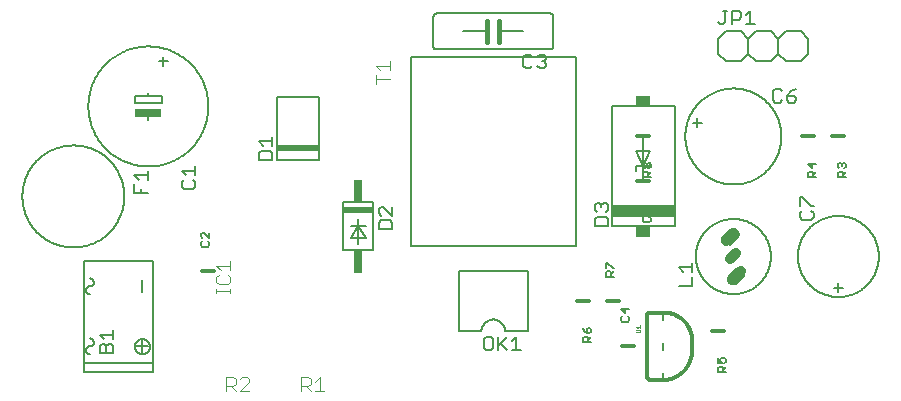
<source format=gbr>
G04 EAGLE Gerber RS-274X export*
G75*
%MOMM*%
%FSLAX34Y34*%
%LPD*%
%INSilkscreen Top*%
%IPPOS*%
%AMOC8*
5,1,8,0,0,1.08239X$1,22.5*%
G01*
%ADD10C,0.152400*%
%ADD11C,0.127000*%
%ADD12R,2.286000X0.635000*%
%ADD13C,0.304800*%
%ADD14C,0.406400*%
%ADD15R,3.556000X0.508000*%
%ADD16R,2.540000X0.508000*%
%ADD17R,0.762000X1.905000*%
%ADD18R,1.270000X0.889000*%
%ADD19R,5.334000X1.016000*%
%ADD20C,0.101600*%
%ADD21C,0.812800*%
%ADD22C,0.203200*%
%ADD23C,0.050800*%


D10*
X181610Y478790D02*
X123190Y478790D01*
X123190Y384810D02*
X181610Y384810D01*
X123190Y384810D02*
X123190Y392430D01*
X181610Y392430D02*
X181610Y384810D01*
X181610Y392430D02*
X123190Y392430D01*
X172720Y401320D02*
X172720Y411480D01*
X167640Y406400D02*
X177800Y406400D01*
X172720Y452120D02*
X172720Y462280D01*
X181610Y478790D02*
X181610Y392430D01*
X123190Y392430D02*
X123190Y478790D01*
X128270Y406654D02*
X128156Y406652D01*
X128042Y406646D01*
X127929Y406636D01*
X127815Y406623D01*
X127703Y406605D01*
X127591Y406583D01*
X127480Y406558D01*
X127370Y406529D01*
X127260Y406496D01*
X127153Y406459D01*
X127046Y406419D01*
X126941Y406375D01*
X126837Y406327D01*
X126735Y406276D01*
X126635Y406221D01*
X126537Y406163D01*
X126441Y406101D01*
X126348Y406037D01*
X126256Y405969D01*
X126167Y405898D01*
X126080Y405824D01*
X125996Y405747D01*
X125915Y405667D01*
X125837Y405584D01*
X125761Y405499D01*
X125688Y405411D01*
X125619Y405320D01*
X125553Y405228D01*
X125489Y405133D01*
X125430Y405036D01*
X125373Y404937D01*
X125320Y404836D01*
X125271Y404733D01*
X125225Y404629D01*
X125183Y404523D01*
X125144Y404416D01*
X125109Y404307D01*
X125078Y404197D01*
X125051Y404087D01*
X125027Y403975D01*
X125008Y403863D01*
X124992Y403750D01*
X124980Y403637D01*
X124972Y403523D01*
X124968Y403409D01*
X124968Y403295D01*
X124972Y403181D01*
X124980Y403067D01*
X124992Y402954D01*
X125008Y402841D01*
X125027Y402729D01*
X125051Y402617D01*
X125078Y402507D01*
X125109Y402397D01*
X125144Y402288D01*
X125183Y402181D01*
X125225Y402075D01*
X125271Y401971D01*
X125320Y401868D01*
X125373Y401767D01*
X125430Y401668D01*
X125489Y401571D01*
X125553Y401476D01*
X125619Y401384D01*
X125688Y401293D01*
X125761Y401205D01*
X125837Y401120D01*
X125915Y401037D01*
X125996Y400957D01*
X126080Y400880D01*
X126167Y400806D01*
X126256Y400735D01*
X126348Y400667D01*
X126441Y400603D01*
X126537Y400541D01*
X126635Y400483D01*
X126735Y400428D01*
X126837Y400377D01*
X126941Y400329D01*
X127046Y400285D01*
X127153Y400245D01*
X127260Y400208D01*
X127370Y400175D01*
X127480Y400146D01*
X127591Y400121D01*
X127703Y400099D01*
X127815Y400081D01*
X127929Y400068D01*
X128042Y400058D01*
X128156Y400052D01*
X128270Y400050D01*
X128270Y406654D02*
X128384Y406656D01*
X128498Y406662D01*
X128611Y406672D01*
X128725Y406685D01*
X128837Y406703D01*
X128949Y406725D01*
X129060Y406750D01*
X129170Y406779D01*
X129280Y406812D01*
X129387Y406849D01*
X129494Y406889D01*
X129599Y406933D01*
X129703Y406981D01*
X129805Y407032D01*
X129905Y407087D01*
X130003Y407145D01*
X130099Y407207D01*
X130192Y407271D01*
X130284Y407339D01*
X130373Y407410D01*
X130460Y407484D01*
X130544Y407561D01*
X130625Y407641D01*
X130703Y407724D01*
X130779Y407809D01*
X130852Y407897D01*
X130921Y407988D01*
X130987Y408080D01*
X131051Y408175D01*
X131110Y408272D01*
X131167Y408371D01*
X131220Y408472D01*
X131269Y408575D01*
X131315Y408679D01*
X131357Y408785D01*
X131396Y408892D01*
X131431Y409001D01*
X131462Y409111D01*
X131489Y409221D01*
X131513Y409333D01*
X131532Y409445D01*
X131548Y409558D01*
X131560Y409671D01*
X131568Y409785D01*
X131572Y409899D01*
X131572Y410013D01*
X131568Y410127D01*
X131560Y410241D01*
X131548Y410354D01*
X131532Y410467D01*
X131513Y410579D01*
X131489Y410691D01*
X131462Y410801D01*
X131431Y410911D01*
X131396Y411020D01*
X131357Y411127D01*
X131315Y411233D01*
X131269Y411337D01*
X131220Y411440D01*
X131167Y411541D01*
X131110Y411640D01*
X131051Y411737D01*
X130987Y411832D01*
X130921Y411924D01*
X130852Y412015D01*
X130779Y412103D01*
X130703Y412188D01*
X130625Y412271D01*
X130544Y412351D01*
X130460Y412428D01*
X130373Y412502D01*
X130284Y412573D01*
X130192Y412641D01*
X130099Y412705D01*
X130003Y412767D01*
X129905Y412825D01*
X129805Y412880D01*
X129703Y412931D01*
X129599Y412979D01*
X129494Y413023D01*
X129387Y413063D01*
X129280Y413100D01*
X129170Y413133D01*
X129060Y413162D01*
X128949Y413187D01*
X128837Y413209D01*
X128725Y413227D01*
X128611Y413240D01*
X128498Y413250D01*
X128384Y413256D01*
X128270Y413258D01*
X128270Y457454D02*
X128384Y457456D01*
X128498Y457462D01*
X128611Y457472D01*
X128725Y457485D01*
X128837Y457503D01*
X128949Y457525D01*
X129060Y457550D01*
X129170Y457579D01*
X129280Y457612D01*
X129387Y457649D01*
X129494Y457689D01*
X129599Y457733D01*
X129703Y457781D01*
X129805Y457832D01*
X129905Y457887D01*
X130003Y457945D01*
X130099Y458007D01*
X130192Y458071D01*
X130284Y458139D01*
X130373Y458210D01*
X130460Y458284D01*
X130544Y458361D01*
X130625Y458441D01*
X130703Y458524D01*
X130779Y458609D01*
X130852Y458697D01*
X130921Y458788D01*
X130987Y458880D01*
X131051Y458975D01*
X131110Y459072D01*
X131167Y459171D01*
X131220Y459272D01*
X131269Y459375D01*
X131315Y459479D01*
X131357Y459585D01*
X131396Y459692D01*
X131431Y459801D01*
X131462Y459911D01*
X131489Y460021D01*
X131513Y460133D01*
X131532Y460245D01*
X131548Y460358D01*
X131560Y460471D01*
X131568Y460585D01*
X131572Y460699D01*
X131572Y460813D01*
X131568Y460927D01*
X131560Y461041D01*
X131548Y461154D01*
X131532Y461267D01*
X131513Y461379D01*
X131489Y461491D01*
X131462Y461601D01*
X131431Y461711D01*
X131396Y461820D01*
X131357Y461927D01*
X131315Y462033D01*
X131269Y462137D01*
X131220Y462240D01*
X131167Y462341D01*
X131110Y462440D01*
X131051Y462537D01*
X130987Y462632D01*
X130921Y462724D01*
X130852Y462815D01*
X130779Y462903D01*
X130703Y462988D01*
X130625Y463071D01*
X130544Y463151D01*
X130460Y463228D01*
X130373Y463302D01*
X130284Y463373D01*
X130192Y463441D01*
X130099Y463505D01*
X130003Y463567D01*
X129905Y463625D01*
X129805Y463680D01*
X129703Y463731D01*
X129599Y463779D01*
X129494Y463823D01*
X129387Y463863D01*
X129280Y463900D01*
X129170Y463933D01*
X129060Y463962D01*
X128949Y463987D01*
X128837Y464009D01*
X128725Y464027D01*
X128611Y464040D01*
X128498Y464050D01*
X128384Y464056D01*
X128270Y464058D01*
X128270Y457454D02*
X128156Y457452D01*
X128042Y457446D01*
X127929Y457436D01*
X127815Y457423D01*
X127703Y457405D01*
X127591Y457383D01*
X127480Y457358D01*
X127370Y457329D01*
X127260Y457296D01*
X127153Y457259D01*
X127046Y457219D01*
X126941Y457175D01*
X126837Y457127D01*
X126735Y457076D01*
X126635Y457021D01*
X126537Y456963D01*
X126441Y456901D01*
X126348Y456837D01*
X126256Y456769D01*
X126167Y456698D01*
X126080Y456624D01*
X125996Y456547D01*
X125915Y456467D01*
X125837Y456384D01*
X125761Y456299D01*
X125688Y456211D01*
X125619Y456120D01*
X125553Y456028D01*
X125489Y455933D01*
X125430Y455836D01*
X125373Y455737D01*
X125320Y455636D01*
X125271Y455533D01*
X125225Y455429D01*
X125183Y455323D01*
X125144Y455216D01*
X125109Y455107D01*
X125078Y454997D01*
X125051Y454887D01*
X125027Y454775D01*
X125008Y454663D01*
X124992Y454550D01*
X124980Y454437D01*
X124972Y454323D01*
X124968Y454209D01*
X124968Y454095D01*
X124972Y453981D01*
X124980Y453867D01*
X124992Y453754D01*
X125008Y453641D01*
X125027Y453529D01*
X125051Y453417D01*
X125078Y453307D01*
X125109Y453197D01*
X125144Y453088D01*
X125183Y452981D01*
X125225Y452875D01*
X125271Y452771D01*
X125320Y452668D01*
X125373Y452567D01*
X125430Y452468D01*
X125489Y452371D01*
X125553Y452276D01*
X125619Y452184D01*
X125688Y452093D01*
X125761Y452005D01*
X125837Y451920D01*
X125915Y451837D01*
X125996Y451757D01*
X126080Y451680D01*
X126167Y451606D01*
X126256Y451535D01*
X126348Y451467D01*
X126441Y451403D01*
X126537Y451341D01*
X126635Y451283D01*
X126735Y451228D01*
X126837Y451177D01*
X126941Y451129D01*
X127046Y451085D01*
X127153Y451045D01*
X127260Y451008D01*
X127370Y450975D01*
X127480Y450946D01*
X127591Y450921D01*
X127703Y450899D01*
X127815Y450881D01*
X127929Y450868D01*
X128042Y450858D01*
X128156Y450852D01*
X128270Y450850D01*
X166370Y406400D02*
X166372Y406559D01*
X166378Y406718D01*
X166388Y406876D01*
X166402Y407035D01*
X166420Y407193D01*
X166441Y407350D01*
X166467Y407507D01*
X166497Y407663D01*
X166530Y407819D01*
X166568Y407973D01*
X166609Y408127D01*
X166654Y408279D01*
X166703Y408430D01*
X166756Y408580D01*
X166812Y408729D01*
X166873Y408876D01*
X166936Y409021D01*
X167004Y409165D01*
X167075Y409308D01*
X167149Y409448D01*
X167227Y409586D01*
X167309Y409723D01*
X167394Y409857D01*
X167482Y409990D01*
X167573Y410120D01*
X167668Y410247D01*
X167766Y410372D01*
X167867Y410495D01*
X167971Y410615D01*
X168078Y410733D01*
X168188Y410848D01*
X168301Y410960D01*
X168416Y411069D01*
X168534Y411175D01*
X168655Y411279D01*
X168779Y411379D01*
X168904Y411476D01*
X169033Y411570D01*
X169163Y411660D01*
X169296Y411748D01*
X169431Y411832D01*
X169568Y411912D01*
X169707Y411990D01*
X169848Y412063D01*
X169990Y412133D01*
X170135Y412200D01*
X170281Y412263D01*
X170428Y412322D01*
X170577Y412378D01*
X170728Y412429D01*
X170879Y412477D01*
X171032Y412521D01*
X171186Y412562D01*
X171340Y412598D01*
X171496Y412631D01*
X171652Y412660D01*
X171809Y412684D01*
X171967Y412705D01*
X172125Y412722D01*
X172283Y412735D01*
X172442Y412744D01*
X172601Y412749D01*
X172760Y412750D01*
X172919Y412747D01*
X173077Y412740D01*
X173236Y412729D01*
X173394Y412714D01*
X173552Y412695D01*
X173709Y412672D01*
X173866Y412646D01*
X174022Y412615D01*
X174177Y412581D01*
X174331Y412542D01*
X174485Y412500D01*
X174637Y412454D01*
X174788Y412404D01*
X174937Y412350D01*
X175086Y412293D01*
X175232Y412232D01*
X175378Y412167D01*
X175521Y412099D01*
X175663Y412027D01*
X175803Y411951D01*
X175941Y411873D01*
X176077Y411790D01*
X176211Y411705D01*
X176342Y411616D01*
X176472Y411523D01*
X176599Y411428D01*
X176723Y411329D01*
X176846Y411227D01*
X176965Y411123D01*
X177082Y411015D01*
X177196Y410904D01*
X177307Y410791D01*
X177416Y410675D01*
X177521Y410556D01*
X177624Y410434D01*
X177723Y410310D01*
X177820Y410184D01*
X177913Y410055D01*
X178003Y409924D01*
X178089Y409790D01*
X178172Y409655D01*
X178252Y409517D01*
X178328Y409378D01*
X178401Y409237D01*
X178470Y409094D01*
X178536Y408949D01*
X178598Y408802D01*
X178656Y408655D01*
X178711Y408505D01*
X178762Y408355D01*
X178809Y408203D01*
X178852Y408050D01*
X178891Y407896D01*
X178927Y407741D01*
X178958Y407585D01*
X178986Y407429D01*
X179010Y407272D01*
X179030Y407114D01*
X179046Y406956D01*
X179058Y406797D01*
X179066Y406638D01*
X179070Y406479D01*
X179070Y406321D01*
X179066Y406162D01*
X179058Y406003D01*
X179046Y405844D01*
X179030Y405686D01*
X179010Y405528D01*
X178986Y405371D01*
X178958Y405215D01*
X178927Y405059D01*
X178891Y404904D01*
X178852Y404750D01*
X178809Y404597D01*
X178762Y404445D01*
X178711Y404295D01*
X178656Y404145D01*
X178598Y403998D01*
X178536Y403851D01*
X178470Y403706D01*
X178401Y403563D01*
X178328Y403422D01*
X178252Y403283D01*
X178172Y403145D01*
X178089Y403010D01*
X178003Y402876D01*
X177913Y402745D01*
X177820Y402616D01*
X177723Y402490D01*
X177624Y402366D01*
X177521Y402244D01*
X177416Y402125D01*
X177307Y402009D01*
X177196Y401896D01*
X177082Y401785D01*
X176965Y401677D01*
X176846Y401573D01*
X176723Y401471D01*
X176599Y401372D01*
X176472Y401277D01*
X176342Y401184D01*
X176211Y401095D01*
X176077Y401010D01*
X175941Y400927D01*
X175803Y400849D01*
X175663Y400773D01*
X175521Y400701D01*
X175378Y400633D01*
X175232Y400568D01*
X175086Y400507D01*
X174937Y400450D01*
X174788Y400396D01*
X174637Y400346D01*
X174485Y400300D01*
X174331Y400258D01*
X174177Y400219D01*
X174022Y400185D01*
X173866Y400154D01*
X173709Y400128D01*
X173552Y400105D01*
X173394Y400086D01*
X173236Y400071D01*
X173077Y400060D01*
X172919Y400053D01*
X172760Y400050D01*
X172601Y400051D01*
X172442Y400056D01*
X172283Y400065D01*
X172125Y400078D01*
X171967Y400095D01*
X171809Y400116D01*
X171652Y400140D01*
X171496Y400169D01*
X171340Y400202D01*
X171186Y400238D01*
X171032Y400279D01*
X170879Y400323D01*
X170728Y400371D01*
X170577Y400422D01*
X170428Y400478D01*
X170281Y400537D01*
X170135Y400600D01*
X169990Y400667D01*
X169848Y400737D01*
X169707Y400810D01*
X169568Y400888D01*
X169431Y400968D01*
X169296Y401052D01*
X169163Y401140D01*
X169033Y401230D01*
X168904Y401324D01*
X168779Y401421D01*
X168655Y401521D01*
X168534Y401625D01*
X168416Y401731D01*
X168301Y401840D01*
X168188Y401952D01*
X168078Y402067D01*
X167971Y402185D01*
X167867Y402305D01*
X167766Y402428D01*
X167668Y402553D01*
X167573Y402680D01*
X167482Y402810D01*
X167394Y402943D01*
X167309Y403077D01*
X167227Y403214D01*
X167149Y403352D01*
X167075Y403492D01*
X167004Y403635D01*
X166936Y403779D01*
X166873Y403924D01*
X166812Y404071D01*
X166756Y404220D01*
X166703Y404370D01*
X166654Y404521D01*
X166609Y404673D01*
X166568Y404827D01*
X166530Y404981D01*
X166497Y405137D01*
X166467Y405293D01*
X166441Y405450D01*
X166420Y405607D01*
X166402Y405765D01*
X166388Y405924D01*
X166378Y406082D01*
X166372Y406241D01*
X166370Y406400D01*
D11*
X147955Y400685D02*
X136515Y400685D01*
X136515Y406405D01*
X138422Y408312D01*
X140329Y408312D01*
X142235Y406405D01*
X144142Y408312D01*
X146048Y408312D01*
X147955Y406405D01*
X147955Y400685D01*
X142235Y400685D02*
X142235Y406405D01*
X140329Y412379D02*
X136515Y416192D01*
X147955Y416192D01*
X147955Y412379D02*
X147955Y420005D01*
D10*
X177800Y618490D02*
X177800Y621030D01*
X177800Y618490D02*
X166370Y618490D01*
X166370Y612140D01*
X189230Y612140D01*
X189230Y618490D01*
X177800Y618490D01*
X177800Y603250D02*
X177800Y598170D01*
X186690Y647700D02*
X194310Y647700D01*
X190500Y643890D02*
X190500Y651510D01*
X127000Y609600D02*
X127015Y610847D01*
X127061Y612093D01*
X127138Y613337D01*
X127245Y614579D01*
X127382Y615818D01*
X127550Y617054D01*
X127748Y618285D01*
X127976Y619511D01*
X128234Y620730D01*
X128522Y621943D01*
X128840Y623149D01*
X129187Y624346D01*
X129564Y625535D01*
X129970Y626714D01*
X130404Y627883D01*
X130867Y629040D01*
X131358Y630186D01*
X131877Y631320D01*
X132424Y632440D01*
X132998Y633547D01*
X133600Y634639D01*
X134227Y635716D01*
X134881Y636778D01*
X135561Y637823D01*
X136267Y638851D01*
X136997Y639862D01*
X137752Y640854D01*
X138531Y641827D01*
X139334Y642781D01*
X140160Y643715D01*
X141008Y644629D01*
X141879Y645521D01*
X142771Y646392D01*
X143685Y647240D01*
X144619Y648066D01*
X145573Y648869D01*
X146546Y649648D01*
X147538Y650403D01*
X148549Y651133D01*
X149577Y651839D01*
X150622Y652519D01*
X151684Y653173D01*
X152761Y653800D01*
X153853Y654402D01*
X154960Y654976D01*
X156080Y655523D01*
X157214Y656042D01*
X158360Y656533D01*
X159517Y656996D01*
X160686Y657430D01*
X161865Y657836D01*
X163054Y658213D01*
X164251Y658560D01*
X165457Y658878D01*
X166670Y659166D01*
X167889Y659424D01*
X169115Y659652D01*
X170346Y659850D01*
X171582Y660018D01*
X172821Y660155D01*
X174063Y660262D01*
X175307Y660339D01*
X176553Y660385D01*
X177800Y660400D01*
X179047Y660385D01*
X180293Y660339D01*
X181537Y660262D01*
X182779Y660155D01*
X184018Y660018D01*
X185254Y659850D01*
X186485Y659652D01*
X187711Y659424D01*
X188930Y659166D01*
X190143Y658878D01*
X191349Y658560D01*
X192546Y658213D01*
X193735Y657836D01*
X194914Y657430D01*
X196083Y656996D01*
X197240Y656533D01*
X198386Y656042D01*
X199520Y655523D01*
X200640Y654976D01*
X201747Y654402D01*
X202839Y653800D01*
X203916Y653173D01*
X204978Y652519D01*
X206023Y651839D01*
X207051Y651133D01*
X208062Y650403D01*
X209054Y649648D01*
X210027Y648869D01*
X210981Y648066D01*
X211915Y647240D01*
X212829Y646392D01*
X213721Y645521D01*
X214592Y644629D01*
X215440Y643715D01*
X216266Y642781D01*
X217069Y641827D01*
X217848Y640854D01*
X218603Y639862D01*
X219333Y638851D01*
X220039Y637823D01*
X220719Y636778D01*
X221373Y635716D01*
X222000Y634639D01*
X222602Y633547D01*
X223176Y632440D01*
X223723Y631320D01*
X224242Y630186D01*
X224733Y629040D01*
X225196Y627883D01*
X225630Y626714D01*
X226036Y625535D01*
X226413Y624346D01*
X226760Y623149D01*
X227078Y621943D01*
X227366Y620730D01*
X227624Y619511D01*
X227852Y618285D01*
X228050Y617054D01*
X228218Y615818D01*
X228355Y614579D01*
X228462Y613337D01*
X228539Y612093D01*
X228585Y610847D01*
X228600Y609600D01*
X228585Y608353D01*
X228539Y607107D01*
X228462Y605863D01*
X228355Y604621D01*
X228218Y603382D01*
X228050Y602146D01*
X227852Y600915D01*
X227624Y599689D01*
X227366Y598470D01*
X227078Y597257D01*
X226760Y596051D01*
X226413Y594854D01*
X226036Y593665D01*
X225630Y592486D01*
X225196Y591317D01*
X224733Y590160D01*
X224242Y589014D01*
X223723Y587880D01*
X223176Y586760D01*
X222602Y585653D01*
X222000Y584561D01*
X221373Y583484D01*
X220719Y582422D01*
X220039Y581377D01*
X219333Y580349D01*
X218603Y579338D01*
X217848Y578346D01*
X217069Y577373D01*
X216266Y576419D01*
X215440Y575485D01*
X214592Y574571D01*
X213721Y573679D01*
X212829Y572808D01*
X211915Y571960D01*
X210981Y571134D01*
X210027Y570331D01*
X209054Y569552D01*
X208062Y568797D01*
X207051Y568067D01*
X206023Y567361D01*
X204978Y566681D01*
X203916Y566027D01*
X202839Y565400D01*
X201747Y564798D01*
X200640Y564224D01*
X199520Y563677D01*
X198386Y563158D01*
X197240Y562667D01*
X196083Y562204D01*
X194914Y561770D01*
X193735Y561364D01*
X192546Y560987D01*
X191349Y560640D01*
X190143Y560322D01*
X188930Y560034D01*
X187711Y559776D01*
X186485Y559548D01*
X185254Y559350D01*
X184018Y559182D01*
X182779Y559045D01*
X181537Y558938D01*
X180293Y558861D01*
X179047Y558815D01*
X177800Y558800D01*
X176553Y558815D01*
X175307Y558861D01*
X174063Y558938D01*
X172821Y559045D01*
X171582Y559182D01*
X170346Y559350D01*
X169115Y559548D01*
X167889Y559776D01*
X166670Y560034D01*
X165457Y560322D01*
X164251Y560640D01*
X163054Y560987D01*
X161865Y561364D01*
X160686Y561770D01*
X159517Y562204D01*
X158360Y562667D01*
X157214Y563158D01*
X156080Y563677D01*
X154960Y564224D01*
X153853Y564798D01*
X152761Y565400D01*
X151684Y566027D01*
X150622Y566681D01*
X149577Y567361D01*
X148549Y568067D01*
X147538Y568797D01*
X146546Y569552D01*
X145573Y570331D01*
X144619Y571134D01*
X143685Y571960D01*
X142771Y572808D01*
X141879Y573679D01*
X141008Y574571D01*
X140160Y575485D01*
X139334Y576419D01*
X138531Y577373D01*
X137752Y578346D01*
X136997Y579338D01*
X136267Y580349D01*
X135561Y581377D01*
X134881Y582422D01*
X134227Y583484D01*
X133600Y584561D01*
X132998Y585653D01*
X132424Y586760D01*
X131877Y587880D01*
X131358Y589014D01*
X130867Y590160D01*
X130404Y591317D01*
X129970Y592486D01*
X129564Y593665D01*
X129187Y594854D01*
X128840Y596051D01*
X128522Y597257D01*
X128234Y598470D01*
X127976Y599689D01*
X127748Y600915D01*
X127550Y602146D01*
X127382Y603382D01*
X127245Y604621D01*
X127138Y605863D01*
X127061Y607107D01*
X127015Y608353D01*
X127000Y609600D01*
D12*
X177800Y603885D03*
D11*
X207764Y547484D02*
X205857Y545577D01*
X205857Y541764D01*
X207764Y539857D01*
X215390Y539857D01*
X217297Y541764D01*
X217297Y545577D01*
X215390Y547484D01*
X209671Y551551D02*
X205857Y555364D01*
X217297Y555364D01*
X217297Y551551D02*
X217297Y559178D01*
D13*
X223520Y469900D02*
X233680Y469900D01*
D10*
X222498Y494287D02*
X223600Y495388D01*
X222498Y494287D02*
X222498Y492084D01*
X223600Y490982D01*
X228006Y490982D01*
X229108Y492084D01*
X229108Y494287D01*
X228006Y495388D01*
X229108Y498466D02*
X229108Y502873D01*
X224702Y502873D02*
X229108Y498466D01*
X224702Y502873D02*
X223600Y502873D01*
X222498Y501771D01*
X222498Y499568D01*
X223600Y498466D01*
X421640Y657860D02*
X518160Y657860D01*
X520700Y660400D02*
X520700Y685800D01*
X518160Y688340D02*
X421640Y688340D01*
X419100Y685800D02*
X419100Y660400D01*
X419102Y660300D01*
X419108Y660201D01*
X419118Y660101D01*
X419131Y660003D01*
X419149Y659904D01*
X419170Y659807D01*
X419195Y659711D01*
X419224Y659615D01*
X419257Y659521D01*
X419293Y659428D01*
X419333Y659337D01*
X419377Y659247D01*
X419424Y659159D01*
X419474Y659073D01*
X419528Y658989D01*
X419585Y658907D01*
X419645Y658828D01*
X419709Y658750D01*
X419775Y658676D01*
X419844Y658604D01*
X419916Y658535D01*
X419990Y658469D01*
X420068Y658405D01*
X420147Y658345D01*
X420229Y658288D01*
X420313Y658234D01*
X420399Y658184D01*
X420487Y658137D01*
X420577Y658093D01*
X420668Y658053D01*
X420761Y658017D01*
X420855Y657984D01*
X420951Y657955D01*
X421047Y657930D01*
X421144Y657909D01*
X421243Y657891D01*
X421341Y657878D01*
X421441Y657868D01*
X421540Y657862D01*
X421640Y657860D01*
X419100Y685800D02*
X419102Y685900D01*
X419108Y685999D01*
X419118Y686099D01*
X419131Y686197D01*
X419149Y686296D01*
X419170Y686393D01*
X419195Y686489D01*
X419224Y686585D01*
X419257Y686679D01*
X419293Y686772D01*
X419333Y686863D01*
X419377Y686953D01*
X419424Y687041D01*
X419474Y687127D01*
X419528Y687211D01*
X419585Y687293D01*
X419645Y687372D01*
X419709Y687450D01*
X419775Y687524D01*
X419844Y687596D01*
X419916Y687665D01*
X419990Y687731D01*
X420068Y687795D01*
X420147Y687855D01*
X420229Y687912D01*
X420313Y687966D01*
X420399Y688016D01*
X420487Y688063D01*
X420577Y688107D01*
X420668Y688147D01*
X420761Y688183D01*
X420855Y688216D01*
X420951Y688245D01*
X421047Y688270D01*
X421144Y688291D01*
X421243Y688309D01*
X421341Y688322D01*
X421441Y688332D01*
X421540Y688338D01*
X421640Y688340D01*
X518160Y688340D02*
X518260Y688338D01*
X518359Y688332D01*
X518459Y688322D01*
X518557Y688309D01*
X518656Y688291D01*
X518753Y688270D01*
X518849Y688245D01*
X518945Y688216D01*
X519039Y688183D01*
X519132Y688147D01*
X519223Y688107D01*
X519313Y688063D01*
X519401Y688016D01*
X519487Y687966D01*
X519571Y687912D01*
X519653Y687855D01*
X519732Y687795D01*
X519810Y687731D01*
X519884Y687665D01*
X519956Y687596D01*
X520025Y687524D01*
X520091Y687450D01*
X520155Y687372D01*
X520215Y687293D01*
X520272Y687211D01*
X520326Y687127D01*
X520376Y687041D01*
X520423Y686953D01*
X520467Y686863D01*
X520507Y686772D01*
X520543Y686679D01*
X520576Y686585D01*
X520605Y686489D01*
X520630Y686393D01*
X520651Y686296D01*
X520669Y686197D01*
X520682Y686099D01*
X520692Y685999D01*
X520698Y685900D01*
X520700Y685800D01*
X520700Y660400D02*
X520698Y660300D01*
X520692Y660201D01*
X520682Y660101D01*
X520669Y660003D01*
X520651Y659904D01*
X520630Y659807D01*
X520605Y659711D01*
X520576Y659615D01*
X520543Y659521D01*
X520507Y659428D01*
X520467Y659337D01*
X520423Y659247D01*
X520376Y659159D01*
X520326Y659073D01*
X520272Y658989D01*
X520215Y658907D01*
X520155Y658828D01*
X520091Y658750D01*
X520025Y658676D01*
X519956Y658604D01*
X519884Y658535D01*
X519810Y658469D01*
X519732Y658405D01*
X519653Y658345D01*
X519571Y658288D01*
X519487Y658234D01*
X519401Y658184D01*
X519313Y658137D01*
X519223Y658093D01*
X519132Y658053D01*
X519039Y658017D01*
X518945Y657984D01*
X518849Y657955D01*
X518753Y657930D01*
X518656Y657909D01*
X518557Y657891D01*
X518459Y657878D01*
X518359Y657868D01*
X518260Y657862D01*
X518160Y657860D01*
X464820Y673100D02*
X444500Y673100D01*
X474980Y673100D02*
X495300Y673100D01*
D14*
X474980Y673100D02*
X474980Y664210D01*
X474980Y673100D02*
X474980Y681990D01*
X464820Y673100D02*
X464820Y664210D01*
X464820Y673100D02*
X464820Y681990D01*
D11*
X501127Y653425D02*
X503034Y651518D01*
X501127Y653425D02*
X497314Y653425D01*
X495407Y651518D01*
X495407Y643892D01*
X497314Y641985D01*
X501127Y641985D01*
X503034Y643892D01*
X507101Y651518D02*
X509008Y653425D01*
X512821Y653425D01*
X514728Y651518D01*
X514728Y649612D01*
X512821Y647705D01*
X510914Y647705D01*
X512821Y647705D02*
X514728Y645798D01*
X514728Y643892D01*
X512821Y641985D01*
X509008Y641985D01*
X507101Y643892D01*
D13*
X579120Y406400D02*
X589280Y406400D01*
D10*
X578098Y430787D02*
X579200Y431888D01*
X578098Y430787D02*
X578098Y428584D01*
X579200Y427482D01*
X583606Y427482D01*
X584708Y428584D01*
X584708Y430787D01*
X583606Y431888D01*
X584708Y438271D02*
X578098Y438271D01*
X581403Y434966D01*
X581403Y439373D01*
D13*
X591820Y546100D02*
X601980Y546100D01*
D10*
X597488Y515980D02*
X596386Y514879D01*
X596386Y512675D01*
X597488Y511574D01*
X601894Y511574D01*
X602996Y512675D01*
X602996Y514879D01*
X601894Y515980D01*
X596386Y519058D02*
X596386Y523464D01*
X596386Y519058D02*
X599691Y519058D01*
X598590Y521261D01*
X598590Y522363D01*
X599691Y523464D01*
X601894Y523464D01*
X602996Y522363D01*
X602996Y520159D01*
X601894Y519058D01*
X638810Y595630D02*
X646430Y595630D01*
X642620Y591820D02*
X642620Y599440D01*
X632460Y584200D02*
X632472Y585197D01*
X632509Y586194D01*
X632570Y587190D01*
X632656Y588183D01*
X632766Y589175D01*
X632900Y590163D01*
X633058Y591148D01*
X633241Y592128D01*
X633447Y593104D01*
X633678Y594075D01*
X633932Y595039D01*
X634210Y595997D01*
X634511Y596948D01*
X634836Y597891D01*
X635183Y598826D01*
X635554Y599752D01*
X635947Y600669D01*
X636362Y601576D01*
X636799Y602472D01*
X637259Y603358D01*
X637740Y604231D01*
X638242Y605093D01*
X638765Y605942D01*
X639309Y606778D01*
X639873Y607601D01*
X640458Y608409D01*
X641062Y609203D01*
X641685Y609982D01*
X642327Y610745D01*
X642988Y611492D01*
X643667Y612223D01*
X644363Y612937D01*
X645077Y613633D01*
X645808Y614312D01*
X646555Y614973D01*
X647318Y615615D01*
X648097Y616238D01*
X648891Y616842D01*
X649699Y617427D01*
X650522Y617991D01*
X651358Y618535D01*
X652207Y619058D01*
X653069Y619560D01*
X653942Y620041D01*
X654828Y620501D01*
X655724Y620938D01*
X656631Y621353D01*
X657548Y621746D01*
X658474Y622117D01*
X659409Y622464D01*
X660352Y622789D01*
X661303Y623090D01*
X662261Y623368D01*
X663225Y623622D01*
X664196Y623853D01*
X665172Y624059D01*
X666152Y624242D01*
X667137Y624400D01*
X668125Y624534D01*
X669117Y624644D01*
X670110Y624730D01*
X671106Y624791D01*
X672103Y624828D01*
X673100Y624840D01*
X674097Y624828D01*
X675094Y624791D01*
X676090Y624730D01*
X677083Y624644D01*
X678075Y624534D01*
X679063Y624400D01*
X680048Y624242D01*
X681028Y624059D01*
X682004Y623853D01*
X682975Y623622D01*
X683939Y623368D01*
X684897Y623090D01*
X685848Y622789D01*
X686791Y622464D01*
X687726Y622117D01*
X688652Y621746D01*
X689569Y621353D01*
X690476Y620938D01*
X691372Y620501D01*
X692258Y620041D01*
X693131Y619560D01*
X693993Y619058D01*
X694842Y618535D01*
X695678Y617991D01*
X696501Y617427D01*
X697309Y616842D01*
X698103Y616238D01*
X698882Y615615D01*
X699645Y614973D01*
X700392Y614312D01*
X701123Y613633D01*
X701837Y612937D01*
X702533Y612223D01*
X703212Y611492D01*
X703873Y610745D01*
X704515Y609982D01*
X705138Y609203D01*
X705742Y608409D01*
X706327Y607601D01*
X706891Y606778D01*
X707435Y605942D01*
X707958Y605093D01*
X708460Y604231D01*
X708941Y603358D01*
X709401Y602472D01*
X709838Y601576D01*
X710253Y600669D01*
X710646Y599752D01*
X711017Y598826D01*
X711364Y597891D01*
X711689Y596948D01*
X711990Y595997D01*
X712268Y595039D01*
X712522Y594075D01*
X712753Y593104D01*
X712959Y592128D01*
X713142Y591148D01*
X713300Y590163D01*
X713434Y589175D01*
X713544Y588183D01*
X713630Y587190D01*
X713691Y586194D01*
X713728Y585197D01*
X713740Y584200D01*
X713728Y583203D01*
X713691Y582206D01*
X713630Y581210D01*
X713544Y580217D01*
X713434Y579225D01*
X713300Y578237D01*
X713142Y577252D01*
X712959Y576272D01*
X712753Y575296D01*
X712522Y574325D01*
X712268Y573361D01*
X711990Y572403D01*
X711689Y571452D01*
X711364Y570509D01*
X711017Y569574D01*
X710646Y568648D01*
X710253Y567731D01*
X709838Y566824D01*
X709401Y565928D01*
X708941Y565042D01*
X708460Y564169D01*
X707958Y563307D01*
X707435Y562458D01*
X706891Y561622D01*
X706327Y560799D01*
X705742Y559991D01*
X705138Y559197D01*
X704515Y558418D01*
X703873Y557655D01*
X703212Y556908D01*
X702533Y556177D01*
X701837Y555463D01*
X701123Y554767D01*
X700392Y554088D01*
X699645Y553427D01*
X698882Y552785D01*
X698103Y552162D01*
X697309Y551558D01*
X696501Y550973D01*
X695678Y550409D01*
X694842Y549865D01*
X693993Y549342D01*
X693131Y548840D01*
X692258Y548359D01*
X691372Y547899D01*
X690476Y547462D01*
X689569Y547047D01*
X688652Y546654D01*
X687726Y546283D01*
X686791Y545936D01*
X685848Y545611D01*
X684897Y545310D01*
X683939Y545032D01*
X682975Y544778D01*
X682004Y544547D01*
X681028Y544341D01*
X680048Y544158D01*
X679063Y544000D01*
X678075Y543866D01*
X677083Y543756D01*
X676090Y543670D01*
X675094Y543609D01*
X674097Y543572D01*
X673100Y543560D01*
X672103Y543572D01*
X671106Y543609D01*
X670110Y543670D01*
X669117Y543756D01*
X668125Y543866D01*
X667137Y544000D01*
X666152Y544158D01*
X665172Y544341D01*
X664196Y544547D01*
X663225Y544778D01*
X662261Y545032D01*
X661303Y545310D01*
X660352Y545611D01*
X659409Y545936D01*
X658474Y546283D01*
X657548Y546654D01*
X656631Y547047D01*
X655724Y547462D01*
X654828Y547899D01*
X653942Y548359D01*
X653069Y548840D01*
X652207Y549342D01*
X651358Y549865D01*
X650522Y550409D01*
X649699Y550973D01*
X648891Y551558D01*
X648097Y552162D01*
X647318Y552785D01*
X646555Y553427D01*
X645808Y554088D01*
X645077Y554767D01*
X644363Y555463D01*
X643667Y556177D01*
X642988Y556908D01*
X642327Y557655D01*
X641685Y558418D01*
X641062Y559197D01*
X640458Y559991D01*
X639873Y560799D01*
X639309Y561622D01*
X638765Y562458D01*
X638242Y563307D01*
X637740Y564169D01*
X637259Y565042D01*
X636799Y565928D01*
X636362Y566824D01*
X635947Y567731D01*
X635554Y568648D01*
X635183Y569574D01*
X634836Y570509D01*
X634511Y571452D01*
X634210Y572403D01*
X633932Y573361D01*
X633678Y574325D01*
X633447Y575296D01*
X633241Y576272D01*
X633058Y577252D01*
X632900Y578237D01*
X632766Y579225D01*
X632656Y580217D01*
X632570Y581210D01*
X632509Y582206D01*
X632472Y583203D01*
X632460Y584200D01*
D11*
X712475Y624215D02*
X714382Y622308D01*
X712475Y624215D02*
X708662Y624215D01*
X706755Y622308D01*
X706755Y614682D01*
X708662Y612775D01*
X712475Y612775D01*
X714382Y614682D01*
X722262Y622308D02*
X726075Y624215D01*
X722262Y622308D02*
X718449Y618495D01*
X718449Y614682D01*
X720356Y612775D01*
X724169Y612775D01*
X726075Y614682D01*
X726075Y616588D01*
X724169Y618495D01*
X718449Y618495D01*
D10*
X762000Y459740D02*
X762000Y452120D01*
X765810Y455930D02*
X758190Y455930D01*
X727710Y482600D02*
X727720Y483442D01*
X727751Y484283D01*
X727803Y485123D01*
X727875Y485961D01*
X727968Y486797D01*
X728081Y487631D01*
X728215Y488462D01*
X728369Y489290D01*
X728543Y490113D01*
X728738Y490932D01*
X728952Y491746D01*
X729187Y492554D01*
X729441Y493356D01*
X729714Y494152D01*
X730008Y494941D01*
X730320Y495722D01*
X730652Y496496D01*
X731002Y497261D01*
X731371Y498017D01*
X731759Y498764D01*
X732165Y499501D01*
X732588Y500229D01*
X733030Y500945D01*
X733489Y501651D01*
X733965Y502344D01*
X734458Y503027D01*
X734968Y503696D01*
X735493Y504353D01*
X736035Y504997D01*
X736593Y505628D01*
X737166Y506244D01*
X737753Y506847D01*
X738356Y507434D01*
X738972Y508007D01*
X739603Y508565D01*
X740247Y509107D01*
X740904Y509632D01*
X741573Y510142D01*
X742256Y510635D01*
X742949Y511111D01*
X743655Y511570D01*
X744371Y512012D01*
X745099Y512435D01*
X745836Y512841D01*
X746583Y513229D01*
X747339Y513598D01*
X748104Y513948D01*
X748878Y514280D01*
X749659Y514592D01*
X750448Y514886D01*
X751244Y515159D01*
X752046Y515413D01*
X752854Y515648D01*
X753668Y515862D01*
X754487Y516057D01*
X755310Y516231D01*
X756138Y516385D01*
X756969Y516519D01*
X757803Y516632D01*
X758639Y516725D01*
X759477Y516797D01*
X760317Y516849D01*
X761158Y516880D01*
X762000Y516890D01*
X762842Y516880D01*
X763683Y516849D01*
X764523Y516797D01*
X765361Y516725D01*
X766197Y516632D01*
X767031Y516519D01*
X767862Y516385D01*
X768690Y516231D01*
X769513Y516057D01*
X770332Y515862D01*
X771146Y515648D01*
X771954Y515413D01*
X772756Y515159D01*
X773552Y514886D01*
X774341Y514592D01*
X775122Y514280D01*
X775896Y513948D01*
X776661Y513598D01*
X777417Y513229D01*
X778164Y512841D01*
X778901Y512435D01*
X779629Y512012D01*
X780345Y511570D01*
X781051Y511111D01*
X781744Y510635D01*
X782427Y510142D01*
X783096Y509632D01*
X783753Y509107D01*
X784397Y508565D01*
X785028Y508007D01*
X785644Y507434D01*
X786247Y506847D01*
X786834Y506244D01*
X787407Y505628D01*
X787965Y504997D01*
X788507Y504353D01*
X789032Y503696D01*
X789542Y503027D01*
X790035Y502344D01*
X790511Y501651D01*
X790970Y500945D01*
X791412Y500229D01*
X791835Y499501D01*
X792241Y498764D01*
X792629Y498017D01*
X792998Y497261D01*
X793348Y496496D01*
X793680Y495722D01*
X793992Y494941D01*
X794286Y494152D01*
X794559Y493356D01*
X794813Y492554D01*
X795048Y491746D01*
X795262Y490932D01*
X795457Y490113D01*
X795631Y489290D01*
X795785Y488462D01*
X795919Y487631D01*
X796032Y486797D01*
X796125Y485961D01*
X796197Y485123D01*
X796249Y484283D01*
X796280Y483442D01*
X796290Y482600D01*
X796280Y481758D01*
X796249Y480917D01*
X796197Y480077D01*
X796125Y479239D01*
X796032Y478403D01*
X795919Y477569D01*
X795785Y476738D01*
X795631Y475910D01*
X795457Y475087D01*
X795262Y474268D01*
X795048Y473454D01*
X794813Y472646D01*
X794559Y471844D01*
X794286Y471048D01*
X793992Y470259D01*
X793680Y469478D01*
X793348Y468704D01*
X792998Y467939D01*
X792629Y467183D01*
X792241Y466436D01*
X791835Y465699D01*
X791412Y464971D01*
X790970Y464255D01*
X790511Y463549D01*
X790035Y462856D01*
X789542Y462173D01*
X789032Y461504D01*
X788507Y460847D01*
X787965Y460203D01*
X787407Y459572D01*
X786834Y458956D01*
X786247Y458353D01*
X785644Y457766D01*
X785028Y457193D01*
X784397Y456635D01*
X783753Y456093D01*
X783096Y455568D01*
X782427Y455058D01*
X781744Y454565D01*
X781051Y454089D01*
X780345Y453630D01*
X779629Y453188D01*
X778901Y452765D01*
X778164Y452359D01*
X777417Y451971D01*
X776661Y451602D01*
X775896Y451252D01*
X775122Y450920D01*
X774341Y450608D01*
X773552Y450314D01*
X772756Y450041D01*
X771954Y449787D01*
X771146Y449552D01*
X770332Y449338D01*
X769513Y449143D01*
X768690Y448969D01*
X767862Y448815D01*
X767031Y448681D01*
X766197Y448568D01*
X765361Y448475D01*
X764523Y448403D01*
X763683Y448351D01*
X762842Y448320D01*
X762000Y448310D01*
X761158Y448320D01*
X760317Y448351D01*
X759477Y448403D01*
X758639Y448475D01*
X757803Y448568D01*
X756969Y448681D01*
X756138Y448815D01*
X755310Y448969D01*
X754487Y449143D01*
X753668Y449338D01*
X752854Y449552D01*
X752046Y449787D01*
X751244Y450041D01*
X750448Y450314D01*
X749659Y450608D01*
X748878Y450920D01*
X748104Y451252D01*
X747339Y451602D01*
X746583Y451971D01*
X745836Y452359D01*
X745099Y452765D01*
X744371Y453188D01*
X743655Y453630D01*
X742949Y454089D01*
X742256Y454565D01*
X741573Y455058D01*
X740904Y455568D01*
X740247Y456093D01*
X739603Y456635D01*
X738972Y457193D01*
X738356Y457766D01*
X737753Y458353D01*
X737166Y458956D01*
X736593Y459572D01*
X736035Y460203D01*
X735493Y460847D01*
X734968Y461504D01*
X734458Y462173D01*
X733965Y462856D01*
X733489Y463549D01*
X733030Y464255D01*
X732588Y464971D01*
X732165Y465699D01*
X731759Y466436D01*
X731371Y467183D01*
X731002Y467939D01*
X730652Y468704D01*
X730320Y469478D01*
X730008Y470259D01*
X729714Y471048D01*
X729441Y471844D01*
X729187Y472646D01*
X728952Y473454D01*
X728738Y474268D01*
X728543Y475087D01*
X728369Y475910D01*
X728215Y476738D01*
X728081Y477569D01*
X727968Y478403D01*
X727875Y479239D01*
X727803Y480077D01*
X727751Y480917D01*
X727720Y481758D01*
X727710Y482600D01*
D11*
X729605Y519435D02*
X731512Y521342D01*
X729605Y519435D02*
X729605Y515622D01*
X731512Y513715D01*
X739138Y513715D01*
X741045Y515622D01*
X741045Y519435D01*
X739138Y521342D01*
X729605Y525409D02*
X729605Y533035D01*
X731512Y533035D01*
X739138Y525409D01*
X741045Y525409D01*
D10*
X322580Y563880D02*
X287020Y563880D01*
X287020Y617220D01*
X322580Y617220D01*
X322580Y563880D01*
D15*
X304800Y574040D03*
D11*
X282575Y564515D02*
X271135Y564515D01*
X282575Y564515D02*
X282575Y570235D01*
X280668Y572142D01*
X273042Y572142D01*
X271135Y570235D01*
X271135Y564515D01*
X274949Y576209D02*
X271135Y580022D01*
X282575Y580022D01*
X282575Y576209D02*
X282575Y583835D01*
D10*
X342900Y528320D02*
X342900Y487680D01*
X368300Y487680D01*
X368300Y528320D01*
X342900Y528320D01*
X355600Y514350D02*
X355600Y508000D01*
X361950Y497840D02*
X349250Y497840D01*
X355600Y508000D01*
X355600Y492760D01*
X361950Y497840D02*
X355600Y508000D01*
X361950Y508000D01*
X355600Y508000D02*
X349250Y508000D01*
D16*
X355600Y521970D03*
D17*
X355600Y478155D03*
X355600Y537845D03*
D11*
X372735Y505567D02*
X384175Y505567D01*
X384175Y511287D01*
X382268Y513194D01*
X374642Y513194D01*
X372735Y511287D01*
X372735Y505567D01*
X384175Y517261D02*
X384175Y524888D01*
X376549Y524888D02*
X384175Y517261D01*
X376549Y524888D02*
X374642Y524888D01*
X372735Y522981D01*
X372735Y519168D01*
X374642Y517261D01*
D10*
X596900Y546100D02*
X596900Y558800D01*
X591058Y571500D01*
X602742Y571500D01*
X596900Y558800D01*
X596900Y584200D01*
X596900Y558800D02*
X602742Y558800D01*
X623570Y508000D02*
X570230Y508000D01*
X570230Y609600D02*
X623570Y609600D01*
X570230Y609600D02*
X570230Y508000D01*
X623570Y508000D02*
X623570Y609600D01*
X602742Y562610D02*
X602742Y558800D01*
X591058Y558800D02*
X591058Y554990D01*
X591058Y558800D02*
X596900Y558800D01*
D18*
X596900Y503555D03*
X596900Y614045D03*
D19*
X596900Y520700D03*
D11*
X567055Y508635D02*
X555615Y508635D01*
X567055Y508635D02*
X567055Y514355D01*
X565148Y516262D01*
X557522Y516262D01*
X555615Y514355D01*
X555615Y508635D01*
X557522Y520329D02*
X555615Y522236D01*
X555615Y526049D01*
X557522Y527955D01*
X559429Y527955D01*
X561335Y526049D01*
X561335Y524142D01*
X561335Y526049D02*
X563242Y527955D01*
X565148Y527955D01*
X567055Y526049D01*
X567055Y522236D01*
X565148Y520329D01*
D10*
X71120Y533400D02*
X71133Y534460D01*
X71172Y535519D01*
X71237Y536577D01*
X71328Y537632D01*
X71445Y538686D01*
X71587Y539736D01*
X71756Y540782D01*
X71950Y541824D01*
X72169Y542861D01*
X72414Y543892D01*
X72684Y544917D01*
X72979Y545934D01*
X73299Y546945D01*
X73644Y547947D01*
X74013Y548940D01*
X74407Y549924D01*
X74824Y550898D01*
X75266Y551862D01*
X75731Y552814D01*
X76219Y553755D01*
X76730Y554683D01*
X77263Y555599D01*
X77819Y556501D01*
X78397Y557390D01*
X78997Y558263D01*
X79617Y559122D01*
X80259Y559966D01*
X80921Y560793D01*
X81604Y561604D01*
X82306Y562398D01*
X83027Y563174D01*
X83767Y563933D01*
X84526Y564673D01*
X85302Y565394D01*
X86096Y566096D01*
X86907Y566779D01*
X87734Y567441D01*
X88578Y568083D01*
X89437Y568703D01*
X90310Y569303D01*
X91199Y569881D01*
X92101Y570437D01*
X93017Y570970D01*
X93945Y571481D01*
X94886Y571969D01*
X95838Y572434D01*
X96802Y572876D01*
X97776Y573293D01*
X98760Y573687D01*
X99753Y574056D01*
X100755Y574401D01*
X101766Y574721D01*
X102783Y575016D01*
X103808Y575286D01*
X104839Y575531D01*
X105876Y575750D01*
X106918Y575944D01*
X107964Y576113D01*
X109014Y576255D01*
X110068Y576372D01*
X111123Y576463D01*
X112181Y576528D01*
X113240Y576567D01*
X114300Y576580D01*
X115360Y576567D01*
X116419Y576528D01*
X117477Y576463D01*
X118532Y576372D01*
X119586Y576255D01*
X120636Y576113D01*
X121682Y575944D01*
X122724Y575750D01*
X123761Y575531D01*
X124792Y575286D01*
X125817Y575016D01*
X126834Y574721D01*
X127845Y574401D01*
X128847Y574056D01*
X129840Y573687D01*
X130824Y573293D01*
X131798Y572876D01*
X132762Y572434D01*
X133714Y571969D01*
X134655Y571481D01*
X135583Y570970D01*
X136499Y570437D01*
X137401Y569881D01*
X138290Y569303D01*
X139163Y568703D01*
X140022Y568083D01*
X140866Y567441D01*
X141693Y566779D01*
X142504Y566096D01*
X143298Y565394D01*
X144074Y564673D01*
X144833Y563933D01*
X145573Y563174D01*
X146294Y562398D01*
X146996Y561604D01*
X147679Y560793D01*
X148341Y559966D01*
X148983Y559122D01*
X149603Y558263D01*
X150203Y557390D01*
X150781Y556501D01*
X151337Y555599D01*
X151870Y554683D01*
X152381Y553755D01*
X152869Y552814D01*
X153334Y551862D01*
X153776Y550898D01*
X154193Y549924D01*
X154587Y548940D01*
X154956Y547947D01*
X155301Y546945D01*
X155621Y545934D01*
X155916Y544917D01*
X156186Y543892D01*
X156431Y542861D01*
X156650Y541824D01*
X156844Y540782D01*
X157013Y539736D01*
X157155Y538686D01*
X157272Y537632D01*
X157363Y536577D01*
X157428Y535519D01*
X157467Y534460D01*
X157480Y533400D01*
X157467Y532340D01*
X157428Y531281D01*
X157363Y530223D01*
X157272Y529168D01*
X157155Y528114D01*
X157013Y527064D01*
X156844Y526018D01*
X156650Y524976D01*
X156431Y523939D01*
X156186Y522908D01*
X155916Y521883D01*
X155621Y520866D01*
X155301Y519855D01*
X154956Y518853D01*
X154587Y517860D01*
X154193Y516876D01*
X153776Y515902D01*
X153334Y514938D01*
X152869Y513986D01*
X152381Y513045D01*
X151870Y512117D01*
X151337Y511201D01*
X150781Y510299D01*
X150203Y509410D01*
X149603Y508537D01*
X148983Y507678D01*
X148341Y506834D01*
X147679Y506007D01*
X146996Y505196D01*
X146294Y504402D01*
X145573Y503626D01*
X144833Y502867D01*
X144074Y502127D01*
X143298Y501406D01*
X142504Y500704D01*
X141693Y500021D01*
X140866Y499359D01*
X140022Y498717D01*
X139163Y498097D01*
X138290Y497497D01*
X137401Y496919D01*
X136499Y496363D01*
X135583Y495830D01*
X134655Y495319D01*
X133714Y494831D01*
X132762Y494366D01*
X131798Y493924D01*
X130824Y493507D01*
X129840Y493113D01*
X128847Y492744D01*
X127845Y492399D01*
X126834Y492079D01*
X125817Y491784D01*
X124792Y491514D01*
X123761Y491269D01*
X122724Y491050D01*
X121682Y490856D01*
X120636Y490687D01*
X119586Y490545D01*
X118532Y490428D01*
X117477Y490337D01*
X116419Y490272D01*
X115360Y490233D01*
X114300Y490220D01*
X113240Y490233D01*
X112181Y490272D01*
X111123Y490337D01*
X110068Y490428D01*
X109014Y490545D01*
X107964Y490687D01*
X106918Y490856D01*
X105876Y491050D01*
X104839Y491269D01*
X103808Y491514D01*
X102783Y491784D01*
X101766Y492079D01*
X100755Y492399D01*
X99753Y492744D01*
X98760Y493113D01*
X97776Y493507D01*
X96802Y493924D01*
X95838Y494366D01*
X94886Y494831D01*
X93945Y495319D01*
X93017Y495830D01*
X92101Y496363D01*
X91199Y496919D01*
X90310Y497497D01*
X89437Y498097D01*
X88578Y498717D01*
X87734Y499359D01*
X86907Y500021D01*
X86096Y500704D01*
X85302Y501406D01*
X84526Y502127D01*
X83767Y502867D01*
X83027Y503626D01*
X82306Y504402D01*
X81604Y505196D01*
X80921Y506007D01*
X80259Y506834D01*
X79617Y507678D01*
X78997Y508537D01*
X78397Y509410D01*
X77819Y510299D01*
X77263Y511201D01*
X76730Y512117D01*
X76219Y513045D01*
X75731Y513986D01*
X75266Y514938D01*
X74824Y515902D01*
X74407Y516876D01*
X74013Y517860D01*
X73644Y518853D01*
X73299Y519855D01*
X72979Y520866D01*
X72684Y521883D01*
X72414Y522908D01*
X72169Y523939D01*
X71950Y524976D01*
X71756Y526018D01*
X71587Y527064D01*
X71445Y528114D01*
X71328Y529168D01*
X71237Y530223D01*
X71172Y531281D01*
X71133Y532340D01*
X71120Y533400D01*
D11*
X165725Y536047D02*
X177165Y536047D01*
X165725Y536047D02*
X165725Y543674D01*
X171445Y539860D02*
X171445Y536047D01*
X169539Y547741D02*
X165725Y551554D01*
X177165Y551554D01*
X177165Y547741D02*
X177165Y555368D01*
D20*
X247142Y455256D02*
X247142Y451358D01*
X247142Y453307D02*
X235448Y453307D01*
X235448Y451358D02*
X235448Y455256D01*
X235448Y465001D02*
X237397Y466950D01*
X235448Y465001D02*
X235448Y461103D01*
X237397Y459154D01*
X245193Y459154D01*
X247142Y461103D01*
X247142Y465001D01*
X245193Y466950D01*
X239346Y470848D02*
X235448Y474746D01*
X247142Y474746D01*
X247142Y470848D02*
X247142Y478644D01*
D10*
X666750Y673100D02*
X679450Y673100D01*
X685800Y666750D01*
X685800Y654050D01*
X679450Y647700D01*
X685800Y666750D02*
X692150Y673100D01*
X704850Y673100D01*
X711200Y666750D01*
X711200Y654050D01*
X704850Y647700D01*
X692150Y647700D01*
X685800Y654050D01*
X660400Y654050D02*
X660400Y666750D01*
X666750Y673100D01*
X660400Y654050D02*
X666750Y647700D01*
X679450Y647700D01*
X711200Y666750D02*
X717550Y673100D01*
X730250Y673100D01*
X736600Y666750D01*
X736600Y654050D01*
X730250Y647700D01*
X717550Y647700D01*
X711200Y654050D01*
D11*
X662180Y679323D02*
X660273Y681230D01*
X662180Y679323D02*
X664086Y679323D01*
X665993Y681230D01*
X665993Y690763D01*
X664086Y690763D02*
X667900Y690763D01*
X671967Y690763D02*
X671967Y679323D01*
X671967Y690763D02*
X677687Y690763D01*
X679593Y688856D01*
X679593Y685043D01*
X677687Y683136D01*
X671967Y683136D01*
X683661Y686950D02*
X687474Y690763D01*
X687474Y679323D01*
X683661Y679323D02*
X691287Y679323D01*
D10*
X669922Y504828D02*
X670018Y504921D01*
X670117Y505011D01*
X670218Y505098D01*
X670322Y505182D01*
X670428Y505263D01*
X670536Y505341D01*
X670647Y505416D01*
X670760Y505487D01*
X670875Y505555D01*
X670992Y505619D01*
X671111Y505680D01*
X671232Y505737D01*
X671354Y505791D01*
X671478Y505841D01*
X671604Y505888D01*
X671730Y505930D01*
X671858Y505969D01*
X671987Y506004D01*
X672117Y506035D01*
X672248Y506062D01*
X672379Y506086D01*
X672512Y506105D01*
X672644Y506121D01*
X672778Y506132D01*
X672911Y506140D01*
X673045Y506144D01*
X673178Y506143D01*
X673312Y506139D01*
X673445Y506131D01*
X673578Y506118D01*
X673711Y506102D01*
X673843Y506082D01*
X673974Y506058D01*
X674105Y506030D01*
X674235Y505998D01*
X674364Y505963D01*
X674491Y505923D01*
X674618Y505880D01*
X674743Y505833D01*
X674866Y505782D01*
X674988Y505728D01*
X675109Y505670D01*
X675228Y505608D01*
X675344Y505543D01*
X675459Y505475D01*
X675572Y505403D01*
X675682Y505328D01*
X675790Y505250D01*
X675896Y505168D01*
X676000Y505083D01*
X676100Y504996D01*
X676199Y504905D01*
X676294Y504811D01*
X676387Y504715D01*
X676476Y504616D01*
X676563Y504514D01*
X676647Y504410D01*
X676727Y504303D01*
X676804Y504194D01*
X676878Y504083D01*
X676949Y503970D01*
X677016Y503854D01*
X677080Y503737D01*
X677140Y503618D01*
X677197Y503497D01*
X677250Y503374D01*
X677300Y503250D01*
X677345Y503124D01*
X677387Y502997D01*
X677425Y502869D01*
X677460Y502740D01*
X677490Y502610D01*
X677517Y502479D01*
X677540Y502347D01*
X677558Y502215D01*
X677573Y502082D01*
X677584Y501949D01*
X677591Y501816D01*
X677594Y501682D01*
X677593Y501549D01*
X677588Y501415D01*
X677579Y501282D01*
X677566Y501149D01*
X677549Y501016D01*
X677528Y500884D01*
X677504Y500753D01*
X677475Y500622D01*
X677442Y500493D01*
X677406Y500364D01*
X677366Y500237D01*
X677322Y500110D01*
X677274Y499986D01*
X677223Y499862D01*
X677168Y499740D01*
X677110Y499620D01*
X677047Y499502D01*
X676982Y499386D01*
X676913Y499271D01*
X676840Y499159D01*
X676765Y499049D01*
X676686Y498941D01*
X676604Y498836D01*
X676518Y498733D01*
X676430Y498632D01*
X676339Y498535D01*
X676245Y498440D01*
X676148Y498348D01*
X670052Y466852D02*
X669955Y466760D01*
X669861Y466665D01*
X669770Y466568D01*
X669682Y466467D01*
X669596Y466364D01*
X669514Y466259D01*
X669435Y466151D01*
X669360Y466041D01*
X669287Y465929D01*
X669218Y465814D01*
X669153Y465698D01*
X669090Y465580D01*
X669032Y465460D01*
X668977Y465338D01*
X668926Y465214D01*
X668878Y465090D01*
X668834Y464963D01*
X668794Y464836D01*
X668758Y464707D01*
X668725Y464578D01*
X668696Y464447D01*
X668672Y464316D01*
X668651Y464184D01*
X668634Y464051D01*
X668621Y463918D01*
X668612Y463785D01*
X668607Y463651D01*
X668606Y463518D01*
X668609Y463384D01*
X668616Y463251D01*
X668627Y463118D01*
X668642Y462985D01*
X668660Y462853D01*
X668683Y462721D01*
X668710Y462590D01*
X668740Y462460D01*
X668775Y462331D01*
X668813Y462203D01*
X668855Y462076D01*
X668900Y461950D01*
X668950Y461826D01*
X669003Y461703D01*
X669060Y461582D01*
X669120Y461463D01*
X669184Y461346D01*
X669251Y461230D01*
X669322Y461117D01*
X669396Y461006D01*
X669473Y460897D01*
X669553Y460790D01*
X669637Y460686D01*
X669724Y460584D01*
X669813Y460485D01*
X669906Y460389D01*
X670001Y460295D01*
X670100Y460204D01*
X670200Y460117D01*
X670304Y460032D01*
X670410Y459950D01*
X670518Y459872D01*
X670628Y459797D01*
X670741Y459725D01*
X670856Y459657D01*
X670972Y459592D01*
X671091Y459530D01*
X671212Y459472D01*
X671334Y459418D01*
X671457Y459367D01*
X671582Y459320D01*
X671709Y459277D01*
X671836Y459237D01*
X671965Y459202D01*
X672095Y459170D01*
X672226Y459142D01*
X672357Y459118D01*
X672489Y459098D01*
X672622Y459082D01*
X672755Y459069D01*
X672888Y459061D01*
X673022Y459057D01*
X673155Y459056D01*
X673289Y459060D01*
X673422Y459068D01*
X673556Y459079D01*
X673688Y459095D01*
X673821Y459114D01*
X673952Y459138D01*
X674083Y459165D01*
X674213Y459196D01*
X674342Y459231D01*
X674470Y459270D01*
X674596Y459312D01*
X674722Y459359D01*
X674846Y459409D01*
X674968Y459463D01*
X675089Y459520D01*
X675208Y459581D01*
X675325Y459645D01*
X675440Y459713D01*
X675553Y459784D01*
X675664Y459859D01*
X675772Y459937D01*
X675878Y460018D01*
X675982Y460102D01*
X676083Y460189D01*
X676182Y460279D01*
X676278Y460372D01*
X670052Y466852D02*
X676402Y473202D01*
X682752Y466852D02*
X676402Y460502D01*
X670052Y492252D02*
X676402Y498602D01*
X670052Y504952D02*
X663702Y498602D01*
D21*
X666750Y495300D02*
X673100Y501650D01*
X679450Y469900D02*
X673100Y463550D01*
X670560Y480060D02*
X675640Y485140D01*
D10*
X641350Y482600D02*
X641360Y483379D01*
X641388Y484158D01*
X641436Y484936D01*
X641503Y485712D01*
X641589Y486487D01*
X641694Y487259D01*
X641817Y488028D01*
X641960Y488794D01*
X642121Y489556D01*
X642302Y490315D01*
X642500Y491068D01*
X642717Y491817D01*
X642952Y492559D01*
X643206Y493296D01*
X643477Y494027D01*
X643767Y494750D01*
X644074Y495466D01*
X644398Y496175D01*
X644740Y496875D01*
X645099Y497567D01*
X645475Y498250D01*
X645867Y498923D01*
X646276Y499586D01*
X646701Y500239D01*
X647142Y500882D01*
X647598Y501513D01*
X648070Y502134D01*
X648557Y502742D01*
X649059Y503338D01*
X649575Y503922D01*
X650105Y504493D01*
X650649Y505051D01*
X651207Y505595D01*
X651778Y506125D01*
X652362Y506641D01*
X652958Y507143D01*
X653566Y507630D01*
X654187Y508102D01*
X654818Y508558D01*
X655461Y508999D01*
X656114Y509424D01*
X656777Y509833D01*
X657450Y510225D01*
X658133Y510601D01*
X658825Y510960D01*
X659525Y511302D01*
X660234Y511626D01*
X660950Y511933D01*
X661673Y512223D01*
X662404Y512494D01*
X663141Y512748D01*
X663883Y512983D01*
X664632Y513200D01*
X665385Y513398D01*
X666144Y513579D01*
X666906Y513740D01*
X667672Y513883D01*
X668441Y514006D01*
X669213Y514111D01*
X669988Y514197D01*
X670764Y514264D01*
X671542Y514312D01*
X672321Y514340D01*
X673100Y514350D01*
X673879Y514340D01*
X674658Y514312D01*
X675436Y514264D01*
X676212Y514197D01*
X676987Y514111D01*
X677759Y514006D01*
X678528Y513883D01*
X679294Y513740D01*
X680056Y513579D01*
X680815Y513398D01*
X681568Y513200D01*
X682317Y512983D01*
X683059Y512748D01*
X683796Y512494D01*
X684527Y512223D01*
X685250Y511933D01*
X685966Y511626D01*
X686675Y511302D01*
X687375Y510960D01*
X688067Y510601D01*
X688750Y510225D01*
X689423Y509833D01*
X690086Y509424D01*
X690739Y508999D01*
X691382Y508558D01*
X692013Y508102D01*
X692634Y507630D01*
X693242Y507143D01*
X693838Y506641D01*
X694422Y506125D01*
X694993Y505595D01*
X695551Y505051D01*
X696095Y504493D01*
X696625Y503922D01*
X697141Y503338D01*
X697643Y502742D01*
X698130Y502134D01*
X698602Y501513D01*
X699058Y500882D01*
X699499Y500239D01*
X699924Y499586D01*
X700333Y498923D01*
X700725Y498250D01*
X701101Y497567D01*
X701460Y496875D01*
X701802Y496175D01*
X702126Y495466D01*
X702433Y494750D01*
X702723Y494027D01*
X702994Y493296D01*
X703248Y492559D01*
X703483Y491817D01*
X703700Y491068D01*
X703898Y490315D01*
X704079Y489556D01*
X704240Y488794D01*
X704383Y488028D01*
X704506Y487259D01*
X704611Y486487D01*
X704697Y485712D01*
X704764Y484936D01*
X704812Y484158D01*
X704840Y483379D01*
X704850Y482600D01*
X704840Y481821D01*
X704812Y481042D01*
X704764Y480264D01*
X704697Y479488D01*
X704611Y478713D01*
X704506Y477941D01*
X704383Y477172D01*
X704240Y476406D01*
X704079Y475644D01*
X703898Y474885D01*
X703700Y474132D01*
X703483Y473383D01*
X703248Y472641D01*
X702994Y471904D01*
X702723Y471173D01*
X702433Y470450D01*
X702126Y469734D01*
X701802Y469025D01*
X701460Y468325D01*
X701101Y467633D01*
X700725Y466950D01*
X700333Y466277D01*
X699924Y465614D01*
X699499Y464961D01*
X699058Y464318D01*
X698602Y463687D01*
X698130Y463066D01*
X697643Y462458D01*
X697141Y461862D01*
X696625Y461278D01*
X696095Y460707D01*
X695551Y460149D01*
X694993Y459605D01*
X694422Y459075D01*
X693838Y458559D01*
X693242Y458057D01*
X692634Y457570D01*
X692013Y457098D01*
X691382Y456642D01*
X690739Y456201D01*
X690086Y455776D01*
X689423Y455367D01*
X688750Y454975D01*
X688067Y454599D01*
X687375Y454240D01*
X686675Y453898D01*
X685966Y453574D01*
X685250Y453267D01*
X684527Y452977D01*
X683796Y452706D01*
X683059Y452452D01*
X682317Y452217D01*
X681568Y452000D01*
X680815Y451802D01*
X680056Y451621D01*
X679294Y451460D01*
X678528Y451317D01*
X677759Y451194D01*
X676987Y451089D01*
X676212Y451003D01*
X675436Y450936D01*
X674658Y450888D01*
X673879Y450860D01*
X673100Y450850D01*
X672321Y450860D01*
X671542Y450888D01*
X670764Y450936D01*
X669988Y451003D01*
X669213Y451089D01*
X668441Y451194D01*
X667672Y451317D01*
X666906Y451460D01*
X666144Y451621D01*
X665385Y451802D01*
X664632Y452000D01*
X663883Y452217D01*
X663141Y452452D01*
X662404Y452706D01*
X661673Y452977D01*
X660950Y453267D01*
X660234Y453574D01*
X659525Y453898D01*
X658825Y454240D01*
X658133Y454599D01*
X657450Y454975D01*
X656777Y455367D01*
X656114Y455776D01*
X655461Y456201D01*
X654818Y456642D01*
X654187Y457098D01*
X653566Y457570D01*
X652958Y458057D01*
X652362Y458559D01*
X651778Y459075D01*
X651207Y459605D01*
X650649Y460149D01*
X650105Y460707D01*
X649575Y461278D01*
X649059Y461862D01*
X648557Y462458D01*
X648070Y463066D01*
X647598Y463687D01*
X647142Y464318D01*
X646701Y464961D01*
X646276Y465614D01*
X645867Y466277D01*
X645475Y466950D01*
X645099Y467633D01*
X644740Y468325D01*
X644398Y469025D01*
X644074Y469734D01*
X643767Y470450D01*
X643477Y471173D01*
X643206Y471904D01*
X642952Y472641D01*
X642717Y473383D01*
X642500Y474132D01*
X642302Y474885D01*
X642121Y475644D01*
X641960Y476406D01*
X641817Y477172D01*
X641694Y477941D01*
X641589Y478713D01*
X641503Y479488D01*
X641436Y480264D01*
X641388Y481042D01*
X641360Y481821D01*
X641350Y482600D01*
D11*
X638175Y457835D02*
X626735Y457835D01*
X638175Y457835D02*
X638175Y465462D01*
X630549Y469529D02*
X626735Y473342D01*
X638175Y473342D01*
X638175Y469529D02*
X638175Y477155D01*
D10*
X440690Y469900D02*
X440690Y419100D01*
X499110Y419100D02*
X499110Y469900D01*
X440690Y469900D01*
X440690Y419100D02*
X459740Y419100D01*
X480060Y419100D02*
X499110Y419100D01*
X480060Y419100D02*
X480057Y419347D01*
X480048Y419595D01*
X480033Y419842D01*
X480012Y420088D01*
X479985Y420334D01*
X479952Y420579D01*
X479913Y420824D01*
X479868Y421067D01*
X479817Y421309D01*
X479760Y421550D01*
X479698Y421789D01*
X479629Y422027D01*
X479555Y422263D01*
X479475Y422497D01*
X479390Y422729D01*
X479298Y422959D01*
X479202Y423187D01*
X479099Y423412D01*
X478992Y423635D01*
X478878Y423855D01*
X478760Y424072D01*
X478636Y424287D01*
X478507Y424498D01*
X478373Y424706D01*
X478234Y424911D01*
X478090Y425112D01*
X477942Y425310D01*
X477788Y425504D01*
X477630Y425694D01*
X477467Y425880D01*
X477300Y426062D01*
X477128Y426240D01*
X476952Y426414D01*
X476772Y426584D01*
X476587Y426749D01*
X476399Y426909D01*
X476207Y427065D01*
X476011Y427217D01*
X475812Y427363D01*
X475609Y427505D01*
X475402Y427641D01*
X475193Y427773D01*
X474980Y427899D01*
X474764Y428020D01*
X474546Y428136D01*
X474324Y428246D01*
X474100Y428351D01*
X473874Y428451D01*
X473645Y428545D01*
X473414Y428633D01*
X473180Y428716D01*
X472945Y428793D01*
X472708Y428864D01*
X472470Y428930D01*
X472230Y428989D01*
X471988Y429043D01*
X471745Y429091D01*
X471502Y429133D01*
X471257Y429169D01*
X471011Y429199D01*
X470765Y429223D01*
X470518Y429241D01*
X470271Y429253D01*
X470024Y429259D01*
X469776Y429259D01*
X469529Y429253D01*
X469282Y429241D01*
X469035Y429223D01*
X468789Y429199D01*
X468543Y429169D01*
X468298Y429133D01*
X468055Y429091D01*
X467812Y429043D01*
X467570Y428989D01*
X467330Y428930D01*
X467092Y428864D01*
X466855Y428793D01*
X466620Y428716D01*
X466386Y428633D01*
X466155Y428545D01*
X465926Y428451D01*
X465700Y428351D01*
X465476Y428246D01*
X465254Y428136D01*
X465036Y428020D01*
X464820Y427899D01*
X464607Y427773D01*
X464398Y427641D01*
X464191Y427505D01*
X463988Y427363D01*
X463789Y427217D01*
X463593Y427065D01*
X463401Y426909D01*
X463213Y426749D01*
X463028Y426584D01*
X462848Y426414D01*
X462672Y426240D01*
X462500Y426062D01*
X462333Y425880D01*
X462170Y425694D01*
X462012Y425504D01*
X461858Y425310D01*
X461710Y425112D01*
X461566Y424911D01*
X461427Y424706D01*
X461293Y424498D01*
X461164Y424287D01*
X461040Y424072D01*
X460922Y423855D01*
X460808Y423635D01*
X460701Y423412D01*
X460598Y423187D01*
X460502Y422959D01*
X460410Y422729D01*
X460325Y422497D01*
X460245Y422263D01*
X460171Y422027D01*
X460102Y421789D01*
X460040Y421550D01*
X459983Y421309D01*
X459932Y421067D01*
X459887Y420824D01*
X459848Y420579D01*
X459815Y420334D01*
X459788Y420088D01*
X459767Y419842D01*
X459752Y419595D01*
X459743Y419347D01*
X459740Y419100D01*
D11*
X464030Y414665D02*
X467843Y414665D01*
X464030Y414665D02*
X462123Y412758D01*
X462123Y405132D01*
X464030Y403225D01*
X467843Y403225D01*
X469750Y405132D01*
X469750Y412758D01*
X467843Y414665D01*
X473817Y414665D02*
X473817Y403225D01*
X473817Y407038D02*
X481444Y414665D01*
X475724Y408945D02*
X481444Y403225D01*
X485511Y410852D02*
X489324Y414665D01*
X489324Y403225D01*
X485511Y403225D02*
X493137Y403225D01*
D20*
X307320Y380502D02*
X307320Y368808D01*
X307320Y380502D02*
X313167Y380502D01*
X315116Y378553D01*
X315116Y374655D01*
X313167Y372706D01*
X307320Y372706D01*
X311218Y372706D02*
X315116Y368808D01*
X319014Y376604D02*
X322912Y380502D01*
X322912Y368808D01*
X319014Y368808D02*
X326810Y368808D01*
X243820Y368808D02*
X243820Y380502D01*
X249667Y380502D01*
X251616Y378553D01*
X251616Y374655D01*
X249667Y372706D01*
X243820Y372706D01*
X247718Y372706D02*
X251616Y368808D01*
X255514Y368808D02*
X263310Y368808D01*
X255514Y368808D02*
X263310Y376604D01*
X263310Y378553D01*
X261361Y380502D01*
X257463Y380502D01*
X255514Y378553D01*
D13*
X756920Y584200D02*
X767080Y584200D01*
D10*
X768096Y549674D02*
X761486Y549674D01*
X761486Y552979D01*
X762588Y554080D01*
X764791Y554080D01*
X765893Y552979D01*
X765893Y549674D01*
X765893Y551877D02*
X768096Y554080D01*
X762588Y557158D02*
X761486Y558259D01*
X761486Y560463D01*
X762588Y561564D01*
X763690Y561564D01*
X764791Y560463D01*
X764791Y559361D01*
X764791Y560463D02*
X765893Y561564D01*
X766994Y561564D01*
X768096Y560463D01*
X768096Y558259D01*
X766994Y557158D01*
D13*
X741680Y584200D02*
X731520Y584200D01*
D10*
X736086Y549674D02*
X742696Y549674D01*
X736086Y549674D02*
X736086Y552979D01*
X737188Y554080D01*
X739391Y554080D01*
X740493Y552979D01*
X740493Y549674D01*
X740493Y551877D02*
X742696Y554080D01*
X742696Y560463D02*
X736086Y560463D01*
X739391Y557158D01*
X739391Y561564D01*
D13*
X665480Y419100D02*
X655320Y419100D01*
D10*
X659886Y384574D02*
X666496Y384574D01*
X659886Y384574D02*
X659886Y387879D01*
X660988Y388980D01*
X663191Y388980D01*
X664293Y387879D01*
X664293Y384574D01*
X664293Y386777D02*
X666496Y388980D01*
X659886Y392058D02*
X659886Y396464D01*
X659886Y392058D02*
X663191Y392058D01*
X662090Y394261D01*
X662090Y395363D01*
X663191Y396464D01*
X665394Y396464D01*
X666496Y395363D01*
X666496Y393159D01*
X665394Y392058D01*
D13*
X551180Y444500D02*
X541020Y444500D01*
D10*
X545586Y409974D02*
X552196Y409974D01*
X545586Y409974D02*
X545586Y413279D01*
X546688Y414380D01*
X548891Y414380D01*
X549993Y413279D01*
X549993Y409974D01*
X549993Y412177D02*
X552196Y414380D01*
X546688Y419661D02*
X545586Y421864D01*
X546688Y419661D02*
X548891Y417458D01*
X551094Y417458D01*
X552196Y418559D01*
X552196Y420763D01*
X551094Y421864D01*
X549993Y421864D01*
X548891Y420763D01*
X548891Y417458D01*
D13*
X566420Y444500D02*
X576580Y444500D01*
D10*
X572008Y465582D02*
X565398Y465582D01*
X565398Y468887D01*
X566500Y469988D01*
X568703Y469988D01*
X569805Y468887D01*
X569805Y465582D01*
X569805Y467785D02*
X572008Y469988D01*
X565398Y473066D02*
X565398Y477473D01*
X566500Y477473D01*
X570906Y473066D01*
X572008Y473066D01*
D13*
X591820Y584200D02*
X601980Y584200D01*
D10*
X602996Y549674D02*
X596386Y549674D01*
X596386Y552979D01*
X597488Y554080D01*
X599691Y554080D01*
X600793Y552979D01*
X600793Y549674D01*
X600793Y551877D02*
X602996Y554080D01*
X597488Y557158D02*
X596386Y558259D01*
X596386Y560463D01*
X597488Y561564D01*
X598590Y561564D01*
X599691Y560463D01*
X600793Y561564D01*
X601894Y561564D01*
X602996Y560463D01*
X602996Y558259D01*
X601894Y557158D01*
X600793Y557158D01*
X599691Y558259D01*
X598590Y557158D01*
X597488Y557158D01*
X599691Y558259D02*
X599691Y560463D01*
D11*
X539900Y491500D02*
X539900Y651500D01*
X539900Y491500D02*
X399900Y491500D01*
X399900Y651500D01*
X539900Y651500D01*
D20*
X382092Y632518D02*
X370398Y632518D01*
X370398Y628620D02*
X370398Y636416D01*
X374296Y640314D02*
X370398Y644212D01*
X382092Y644212D01*
X382092Y640314D02*
X382092Y648110D01*
D13*
X638175Y409575D02*
X638175Y403225D01*
X638175Y409575D02*
X638207Y410160D01*
X638224Y410745D01*
X638227Y411331D01*
X638216Y411917D01*
X638190Y412502D01*
X638150Y413086D01*
X638096Y413669D01*
X638027Y414251D01*
X637944Y414831D01*
X637847Y415408D01*
X637736Y415984D01*
X637611Y416556D01*
X637471Y417125D01*
X637318Y417690D01*
X637151Y418251D01*
X636970Y418808D01*
X636775Y419361D01*
X636568Y419908D01*
X636346Y420451D01*
X636112Y420988D01*
X635864Y421518D01*
X635603Y422043D01*
X635330Y422561D01*
X635044Y423072D01*
X634745Y423576D01*
X634435Y424072D01*
X634112Y424561D01*
X633777Y425042D01*
X633430Y425514D01*
X633072Y425978D01*
X632703Y426432D01*
X632323Y426878D01*
X631932Y427314D01*
X631530Y427740D01*
X631118Y428157D01*
X630696Y428563D01*
X630264Y428958D01*
X629823Y429343D01*
X629372Y429717D01*
X628912Y430080D01*
X628443Y430431D01*
X627966Y430771D01*
X627481Y431099D01*
X626988Y431415D01*
X626487Y431719D01*
X625979Y432010D01*
X625464Y432289D01*
X624942Y432555D01*
X624414Y432808D01*
X623879Y433048D01*
X623339Y433275D01*
X622794Y433489D01*
X622244Y433689D01*
X621688Y433876D01*
X621129Y434049D01*
X620565Y434208D01*
X619998Y434353D01*
X619427Y434484D01*
X618853Y434602D01*
X618276Y434705D01*
X617697Y434794D01*
X617117Y434869D01*
X616534Y434929D01*
X615950Y434975D01*
X603250Y434975D01*
X603155Y435005D01*
X603059Y435030D01*
X602963Y435052D01*
X602865Y435070D01*
X602767Y435085D01*
X602668Y435095D01*
X602569Y435101D01*
X602470Y435104D01*
X602371Y435103D01*
X602271Y435097D01*
X602173Y435088D01*
X602074Y435075D01*
X601977Y435058D01*
X601879Y435037D01*
X601783Y435012D01*
X601688Y434984D01*
X601594Y434951D01*
X601502Y434916D01*
X601411Y434876D01*
X601321Y434833D01*
X601234Y434786D01*
X601148Y434736D01*
X601064Y434683D01*
X600983Y434626D01*
X600904Y434566D01*
X600827Y434504D01*
X600753Y434438D01*
X600681Y434369D01*
X600612Y434297D01*
X600546Y434223D01*
X600484Y434146D01*
X600424Y434067D01*
X600367Y433986D01*
X600314Y433902D01*
X600264Y433816D01*
X600217Y433729D01*
X600174Y433639D01*
X600134Y433548D01*
X600099Y433456D01*
X600066Y433362D01*
X600038Y433267D01*
X600013Y433171D01*
X599992Y433073D01*
X599975Y432976D01*
X599962Y432877D01*
X599953Y432779D01*
X599947Y432679D01*
X599946Y432580D01*
X599949Y432481D01*
X599955Y432382D01*
X599965Y432283D01*
X599980Y432185D01*
X599998Y432087D01*
X600020Y431991D01*
X600045Y431895D01*
X600075Y431800D01*
X638175Y403225D02*
X638168Y402611D01*
X638145Y401998D01*
X638108Y401385D01*
X638057Y400774D01*
X637990Y400163D01*
X637909Y399555D01*
X637813Y398949D01*
X637702Y398345D01*
X637577Y397744D01*
X637437Y397146D01*
X637283Y396552D01*
X637115Y395962D01*
X636932Y395376D01*
X636735Y394794D01*
X636525Y394218D01*
X636300Y393647D01*
X636062Y393081D01*
X635810Y392521D01*
X635545Y391968D01*
X635266Y391421D01*
X634974Y390881D01*
X634669Y390348D01*
X634352Y389823D01*
X634022Y389305D01*
X633679Y388796D01*
X633324Y388295D01*
X632958Y387803D01*
X632579Y387320D01*
X632189Y386846D01*
X631787Y386381D01*
X631375Y385927D01*
X630952Y385483D01*
X630517Y385048D01*
X630073Y384625D01*
X629619Y384213D01*
X629154Y383811D01*
X628680Y383421D01*
X628197Y383042D01*
X627705Y382676D01*
X627204Y382321D01*
X626695Y381978D01*
X626177Y381648D01*
X625652Y381331D01*
X625119Y381026D01*
X624579Y380734D01*
X624032Y380455D01*
X623479Y380190D01*
X622919Y379938D01*
X622353Y379700D01*
X621782Y379475D01*
X621206Y379265D01*
X620624Y379068D01*
X620038Y378885D01*
X619448Y378717D01*
X618854Y378563D01*
X618256Y378423D01*
X617655Y378298D01*
X617051Y378187D01*
X616445Y378091D01*
X615837Y378010D01*
X615226Y377943D01*
X614615Y377892D01*
X614002Y377855D01*
X613389Y377832D01*
X612775Y377825D01*
X603250Y377825D02*
X603139Y377827D01*
X603029Y377833D01*
X602918Y377842D01*
X602808Y377856D01*
X602699Y377873D01*
X602590Y377894D01*
X602482Y377919D01*
X602375Y377948D01*
X602269Y377980D01*
X602164Y378016D01*
X602061Y378056D01*
X601959Y378099D01*
X601858Y378146D01*
X601759Y378197D01*
X601663Y378250D01*
X601568Y378307D01*
X601475Y378368D01*
X601384Y378431D01*
X601295Y378498D01*
X601209Y378568D01*
X601126Y378641D01*
X601044Y378716D01*
X600966Y378794D01*
X600891Y378876D01*
X600818Y378959D01*
X600748Y379045D01*
X600681Y379134D01*
X600618Y379225D01*
X600557Y379318D01*
X600500Y379413D01*
X600447Y379509D01*
X600396Y379608D01*
X600349Y379709D01*
X600306Y379811D01*
X600266Y379914D01*
X600230Y380019D01*
X600198Y380125D01*
X600169Y380232D01*
X600144Y380340D01*
X600123Y380449D01*
X600106Y380558D01*
X600092Y380668D01*
X600083Y380779D01*
X600077Y380889D01*
X600075Y381000D01*
X638175Y409575D02*
X638207Y410160D01*
X638224Y410745D01*
X638227Y411331D01*
X638216Y411917D01*
X638190Y412502D01*
X638150Y413086D01*
X638096Y413669D01*
X638027Y414251D01*
X637944Y414831D01*
X637847Y415408D01*
X637736Y415984D01*
X637611Y416556D01*
X637471Y417125D01*
X637318Y417690D01*
X637151Y418251D01*
X636970Y418808D01*
X636775Y419361D01*
X636568Y419908D01*
X636346Y420451D01*
X636112Y420988D01*
X635864Y421518D01*
X635603Y422043D01*
X635330Y422561D01*
X635044Y423072D01*
X634745Y423576D01*
X634435Y424072D01*
X634112Y424561D01*
X633777Y425042D01*
X633430Y425514D01*
X633072Y425978D01*
X632703Y426432D01*
X632323Y426878D01*
X631932Y427314D01*
X631530Y427740D01*
X631118Y428157D01*
X630696Y428563D01*
X630264Y428958D01*
X629823Y429343D01*
X629372Y429717D01*
X628912Y430080D01*
X628443Y430431D01*
X627966Y430771D01*
X627481Y431099D01*
X626988Y431415D01*
X626487Y431719D01*
X625979Y432010D01*
X625464Y432289D01*
X624942Y432555D01*
X624414Y432808D01*
X623879Y433048D01*
X623339Y433275D01*
X622794Y433489D01*
X622244Y433689D01*
X621688Y433876D01*
X621129Y434049D01*
X620565Y434208D01*
X619998Y434353D01*
X619427Y434484D01*
X618853Y434602D01*
X618276Y434705D01*
X617697Y434794D01*
X617117Y434869D01*
X616534Y434929D01*
X615950Y434975D01*
X600075Y431800D02*
X600075Y381000D01*
D22*
X613410Y403537D02*
X613410Y409263D01*
X613410Y383863D02*
X613410Y379851D01*
D13*
X612775Y377825D02*
X603250Y377825D01*
D22*
X613410Y428937D02*
X613410Y432949D01*
D13*
X615950Y434975D02*
X616534Y434929D01*
X617117Y434869D01*
X617697Y434794D01*
X618276Y434705D01*
X618853Y434602D01*
X619427Y434484D01*
X619998Y434353D01*
X620565Y434208D01*
X621129Y434049D01*
X621688Y433876D01*
X622244Y433689D01*
X622794Y433489D01*
X623339Y433275D01*
X623879Y433048D01*
X624414Y432808D01*
X624942Y432555D01*
X625464Y432289D01*
X625979Y432010D01*
X626487Y431719D01*
X626988Y431415D01*
X627481Y431099D01*
X627966Y430771D01*
X628443Y430431D01*
X628912Y430080D01*
X629372Y429717D01*
X629823Y429343D01*
X630264Y428958D01*
X630696Y428563D01*
X631118Y428157D01*
X631530Y427740D01*
X631932Y427314D01*
X632323Y426878D01*
X632703Y426432D01*
X633072Y425978D01*
X633430Y425514D01*
X633777Y425042D01*
X634112Y424561D01*
X634435Y424072D01*
X634745Y423576D01*
X635044Y423072D01*
X635330Y422561D01*
X635603Y422043D01*
X635864Y421518D01*
X636112Y420988D01*
X636346Y420451D01*
X636568Y419908D01*
X636775Y419361D01*
X636970Y418808D01*
X637151Y418251D01*
X637318Y417690D01*
X637471Y417125D01*
X637611Y416556D01*
X637736Y415984D01*
X637847Y415408D01*
X637944Y414831D01*
X638027Y414251D01*
X638096Y413669D01*
X638150Y413086D01*
X638190Y412502D01*
X638216Y411917D01*
X638227Y411331D01*
X638224Y410745D01*
X638207Y410160D01*
X638175Y409575D01*
D23*
X593767Y418220D02*
X590801Y418220D01*
X593767Y418220D02*
X594360Y418813D01*
X594360Y419999D01*
X593767Y420593D01*
X590801Y420593D01*
X591987Y421962D02*
X590801Y423148D01*
X594360Y423148D01*
X594360Y421962D02*
X594360Y424335D01*
M02*

</source>
